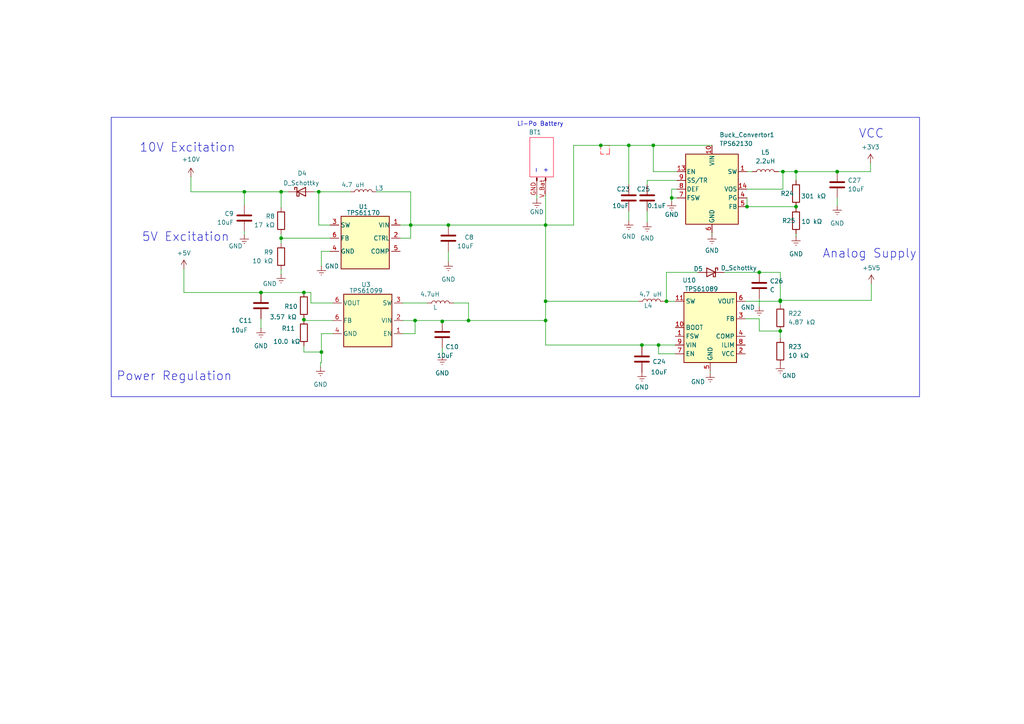
<source format=kicad_sch>
(kicad_sch (version 20250114) (generator "eeschema") (generator_version "9.0")
  (paper "A4")
  (lib_symbols
    (symbol "Connector:Conn_01x02_Pin" (pin_names (offset 1.016) (hide yes))
      (property "Reference" "Connector" (at 0.635 5.588 0))
      (property "Value" "BT1" (at 0.635 3.048 0))
      (symbol "Conn_01x02_Pin_1_1"
        (rectangle (start 0.8636 0.127) (end 0 -0.127) (stroke (width 0.1524)) (fill (type outline)))
        (rectangle (start 0.8636 -2.413) (end 0 -2.667) (stroke (width 0.1524)) (fill (type outline)))
        (polyline (pts (xy 1.27 0) (xy 0.8636 0)) (stroke (width 0.1524)))
        (polyline (pts (xy 1.27 -2.54) (xy 0.8636 -2.54)) (stroke (width 0.1524)))
        (pin passive line (at 5.08 0 180) (length 3.81) (name "Pin_1") (number "V_Bat"))
        (pin passive line (at 5.08 -2.54 180) (length 3.81) (name "Pin_2") (number "GND"))
      )
    )
    (symbol "Device:C" (pin_numbers (hide yes)) (pin_names (offset 0.254))
      (property "Reference" "C" (at 0.635 2.54 0))
      (property "Value" "C" (at 0.635 -2.54 0))
      (symbol "C_0_1"
        (polyline (pts (xy -2.032 0.762) (xy 2.032 0.762)) (stroke (width 0.508)))
        (polyline (pts (xy -2.032 -0.762) (xy 2.032 -0.762)) (stroke (width 0.508)))
      )
      (symbol "C_1_1"
        (pin passive line (at 0 3.81 270) (length 2.794) (name "~") (number "1"))
        (pin passive line (at 0 -3.81 90) (length 2.794) (name "~") (number "2"))
      )
    )
    (symbol "Device:D_Schottky" (pin_numbers (hide yes)) (pin_names (offset 1.016) (hide yes))
      (property "Reference" "D" (at 0 2.54 0))
      (property "Value" "D_Schottky" (at 0 -2.54 0))
      (symbol "D_Schottky_0_1"
        (polyline (pts (xy -1.905 0.635) (xy -1.905 1.27) (xy -1.27 1.27) (xy -1.27 -1.27) (xy -0.635 -1.27) (xy -0.635 -0.635)) (stroke (width 0.254)))
        (polyline (pts (xy 1.27 1.27) (xy 1.27 -1.27) (xy -1.27 0) (xy 1.27 1.27)) (stroke (width 0.254)))
        (polyline (pts (xy 1.27 0) (xy -1.27 0)))
      )
      (symbol "D_Schottky_1_1"
        (pin passive line (at -3.81 0 0) (length 2.54) (name "K") (number "1"))
        (pin passive line (at 3.81 0 180) (length 2.54) (name "A") (number "2"))
      )
    )
    (symbol "Device:L" (pin_numbers (hide yes)) (pin_names (offset 1.016) (hide yes))
      (property "Reference" "L" (at -1.27 0 90))
      (property "Value" "L" (at 1.905 0 90))
      (symbol "L_0_1"
        (arc (start 0 2.54) (mid 0.6323 1.905) (end 0 1.27))
        (arc (start 0 1.27) (mid 0.6323 0.635) (end 0 0))
        (arc (start 0 0) (mid 0.6323 -0.635) (end 0 -1.27))
        (arc (start 0 -1.27) (mid 0.6323 -1.905) (end 0 -2.54))
      )
      (symbol "L_1_1"
        (pin passive line (at 0 3.81 270) (length 1.27) (name "1") (number "1"))
        (pin passive line (at 0 -3.81 90) (length 1.27) (name "2") (number "2"))
      )
    )
    (symbol "Device:R" (pin_numbers (hide yes)) (pin_names (offset 0))
      (property "Reference" "R" (at 2.032 0 90))
      (property "Value" "R" (at 0 0 90))
      (symbol "R_0_1"
        (rectangle (start -1.016 -2.54) (end 1.016 2.54) (stroke (width 0.254)))
      )
      (symbol "R_1_1"
        (pin passive line (at 0 3.81 270) (length 1.27) (name "~") (number "1"))
        (pin passive line (at 0 -3.81 90) (length 1.27) (name "~") (number "2"))
      )
    )
    (symbol "Driver_LED:TPS61165DBV"
      (property "Reference" "U1" (at 0 12.446 0))
      (property "Value" "TPS61170" (at 0 9.906 0))
      (symbol "TPS61165DBV_1_1"
        (rectangle (start -6.985 7.62) (end 6.985 -7.62) (stroke (width 0.254)) (fill (type background)))
        (pin power_in line (at -10.16 5.08 0) (length 2.54) (name "VIN") (number "1"))
        (pin input line (at -10.16 1.27 0) (length 2.54) (name "CTRL") (number "2"))
        (pin output line (at -10.16 -2.54 0) (length 2.54) (name "COMP") (number "5"))
        (pin power_out line (at 10.16 5.08 180) (length 2.54) (name "SW") (number "3"))
        (pin input line (at 10.16 1.27 180) (length 2.54) (name "FB") (number "6"))
        (pin power_in line (at 10.16 -2.54 180) (length 2.54) (name "GND") (number "4"))
      )
    )
    (symbol "Regulator_Switching:TPS61089"
      (property "Reference" "U" (at -6.35 11.43 0))
      (property "Value" "TPS61089" (at 6.35 11.43 0))
      (symbol "TPS61089_0_1"
        (rectangle (start -7.62 10.16) (end 7.62 -10.16) (stroke (width 0.254)) (fill (type background)))
      )
      (symbol "TPS61089_1_1"
        (pin input line (at -10.16 7.62 0) (length 2.54) (name "SW") (number "11"))
        (pin passive line (at -10.16 0 0) (length 2.54) (name "BOOT") (number "10"))
        (pin passive line (at -10.16 -2.54 0) (length 2.54) (name "FSW") (number "1"))
        (pin power_in line (at -10.16 -5.08 0) (length 2.54) (name "VIN") (number "9"))
        (pin input line (at -10.16 -7.62 0) (length 2.54) (name "EN") (number "7"))
        (pin power_in line (at 0 -12.7 90) (length 2.54) (name "GND") (number "5"))
        (pin power_out line (at 10.16 7.62 180) (length 2.54) (name "VOUT") (number "6"))
        (pin input line (at 10.16 2.54 180) (length 2.54) (name "FB") (number "3"))
        (pin passive line (at 10.16 -2.54 180) (length 2.54) (name "COMP") (number "4"))
        (pin passive line (at 10.16 -5.08 180) (length 2.54) (name "ILIM") (number "8"))
        (pin passive line (at 10.16 -7.62 180) (length 2.54) (name "VCC") (number "2"))
      )
    )
    (symbol "Regulator_Switching:TPS62130" (pin_names (offset 0.254))
      (property "Reference" "U" (at 3.81 13.97 0))
      (property "Value" "TPS62130" (at 3.81 11.43 0))
      (symbol "TPS62130_0_1"
        (rectangle (start -7.62 10.16) (end 7.62 -10.16) (stroke (width 0.254)) (fill (type background)))
      )
      (symbol "TPS62130_1_1"
        (pin input line (at -10.16 5.08 0) (length 2.54) (name "EN") (number "13"))
        (pin input line (at -10.16 2.54 0) (length 2.54) (name "SS/TR") (number "9"))
        (pin input line (at -10.16 0 0) (length 2.54) (name "DEF") (number "8"))
        (pin input line (at -10.16 -2.54 0) (length 2.54) (name "FSW") (number "7"))
        (pin power_in line (at 0 12.7 270) (length 2.54) (name "VIN") (number "10"))
        (pin passive line (at 0 12.7 270) (length 2.54) (hide yes) (name "VIN") (number "11"))
        (pin passive line (at 0 12.7 270) (length 2.54) (hide yes) (name "VIN") (number "12"))
        (pin passive line (at 0 -12.7 90) (length 2.54) (hide yes) (name "GND") (number "15"))
        (pin passive line (at 0 -12.7 90) (length 2.54) (hide yes) (name "GND") (number "16"))
        (pin passive line (at 0 -12.7 90) (length 2.54) (hide yes) (name "GND") (number "17"))
        (pin power_in line (at 0 -12.7 90) (length 2.54) (name "GND") (number "6"))
        (pin output line (at 10.16 5.08 180) (length 2.54) (name "SW") (number "1"))
        (pin passive line (at 10.16 5.08 180) (length 2.54) (hide yes) (name "SW") (number "2"))
        (pin passive line (at 10.16 5.08 180) (length 2.54) (hide yes) (name "SW") (number "3"))
        (pin input line (at 10.16 0 180) (length 2.54) (name "VOS") (number "14"))
        (pin open_collector line (at 10.16 -2.54 180) (length 2.54) (name "PG") (number "4"))
        (pin input line (at 10.16 -5.08 180) (length 2.54) (name "FB") (number "5"))
      )
    )
    (symbol "TPS61165DBV_1"
      (property "Reference" "U3" (at 0.508 10.414 0))
      (property "Value" "TPS61099" (at 0.508 8.636 0))
      (symbol "TPS61165DBV_1_1_1"
        (rectangle (start -6.985 7.62) (end 6.985 -7.62) (stroke (width 0.254)) (fill (type background)))
        (pin power_out line (at -10.16 5.08 0) (length 2.54) (name "SW") (number "3"))
        (pin power_in line (at -10.16 0 0) (length 2.54) (name "VIN") (number "2"))
        (pin input line (at -10.16 -3.81 0) (length 2.54) (name "EN") (number "1"))
        (pin power_out line (at 10.16 5.08 180) (length 2.54) (name "VOUT") (number "6"))
        (pin input line (at 10.16 0 180) (length 2.54) (name "FB") (number "6"))
        (pin power_in line (at 10.16 -3.81 180) (length 2.54) (name "GND") (number "4"))
      )
    )
    (symbol "power:+10V" (power) (pin_numbers (hide yes)) (pin_names (offset 0) (hide yes))
      (property "Value" "+10V" (at 0 3.556 0))
      (symbol "+10V_0_1"
        (polyline (pts (xy -0.762 1.27) (xy 0 2.54)))
        (polyline (pts (xy 0 2.54) (xy 0.762 1.27)))
        (polyline (pts (xy 0 0) (xy 0 2.54)))
      )
      (symbol "+10V_1_1"
        (pin power_in line (at 0 0 90) (length 0) (name "~") (number "1"))
      )
    )
    (symbol "power:+3V3" (power) (pin_numbers (hide yes)) (pin_names (offset 0) (hide yes))
      (property "Value" "+3V3" (at 0 3.556 0))
      (symbol "+3V3_0_1"
        (polyline (pts (xy -0.762 1.27) (xy 0 2.54)))
        (polyline (pts (xy 0 2.54) (xy 0.762 1.27)))
        (polyline (pts (xy 0 0) (xy 0 2.54)))
      )
      (symbol "+3V3_1_1"
        (pin power_in line (at 0 0 90) (length 0) (name "~") (number "1"))
      )
    )
    (symbol "power:+5V" (power) (pin_numbers (hide yes)) (pin_names (offset 0) (hide yes))
      (property "Value" "+5V" (at 0 3.556 0))
      (symbol "+5V_0_1"
        (polyline (pts (xy -0.762 1.27) (xy 0 2.54)))
        (polyline (pts (xy 0 2.54) (xy 0.762 1.27)))
        (polyline (pts (xy 0 0) (xy 0 2.54)))
      )
      (symbol "+5V_1_1"
        (pin power_in line (at 0 0 90) (length 0) (name "~") (number "1"))
      )
    )
    (symbol "power:GNDREF" (power) (pin_numbers (hide yes)) (pin_names (offset 0) (hide yes))
      (property "Value" "GNDREF" (at 0 -3.81 0))
      (symbol "GNDREF_0_1"
        (polyline (pts (xy -0.635 -1.905) (xy 0.635 -1.905)))
        (polyline (pts (xy -0.127 -2.54) (xy 0.127 -2.54)))
        (polyline (pts (xy 0 -1.27) (xy 0 0)))
        (polyline (pts (xy 1.27 -1.27) (xy -1.27 -1.27)))
      )
      (symbol "GNDREF_1_1"
        (pin power_in line (at 0 0 270) (length 0) (name "~") (number "1"))
      )
    )
  )
  (rectangle (start 32.258 34.036) (end 266.7 115.062))
  (text "-" (at 155.448 49.53 90) (effects (font (size 1.27 1.27))))
  (text "Li-Po Battery\n" (at 156.718 36.068 0) (effects (font (size 1.27 1.27))))
  (text "VCC\n" (at 252.73 38.862 0) (effects (font (size 2.54 2.54))))
  (text "Analog Supply\n" (at 252.222 73.66 0) (effects (font (size 2.54 2.54))))
  (text "Power Regulation" (at 50.546 109.22 0) (effects (font (size 2.54 2.54))))
  (text "+" (at 158.242 49.53 90) (effects (font (size 1.27 1.27))))
  (text "10V Excitation" (at 54.356 42.926 0) (effects (font (size 2.54 2.54))))
  (text "5V Excitation\n" (at 53.848 68.834 0) (effects (font (size 2.54 2.54))))
  (text_box "" (at 160.528 39.878 90) (size -6.858 11.43) (margins 0.9525 0.9525 0.9525 0.9525) (stroke (width 0) (color 255 18 58 1)) (effects (font (size 1.27 1.27)) (justify left top)))
  (junction (at 88.138 92.71))
  (junction (at 220.218 78.994))
  (junction (at 158.242 87.376))
  (junction (at 128.27 93.218))
  (junction (at 81.534 69.088))
  (junction (at 130.048 65.278))
  (junction (at 119.126 65.278))
  (junction (at 81.534 55.626))
  (junction (at 70.866 55.626))
  (junction (at 158.242 65.278))
  (junction (at 226.314 87.376))
  (junction (at 194.818 57.404))
  (junction (at 193.294 87.376))
  (junction (at 182.372 42.164))
  (junction (at 88.138 84.836))
  (junction (at 75.692 84.836))
  (junction (at 230.886 49.784))
  (junction (at 230.886 59.944))
  (junction (at 226.314 96.012))
  (junction (at 191.008 100.076))
  (junction (at 135.89 92.964))
  (junction (at 227.076 49.784))
  (junction (at 158.242 92.964))
  (junction (at 189.484 42.164))
  (junction (at 216.662 59.944))
  (junction (at 242.824 49.784))
  (junction (at 120.396 92.964))
  (junction (at 93.218 102.108))
  (junction (at 174.244 42.164))
  (junction (at 226.314 87.122))
  (junction (at 186.182 100.076))
  (junction (at 92.456 55.626))
  (wire (pts (xy 182.372 42.164) (xy 189.484 42.164)))
  (wire (pts (xy 120.396 92.964) (xy 120.396 96.774)))
  (wire (pts (xy 92.964 106.426) (xy 92.964 105.156)))
  (wire (pts (xy 194.818 57.404) (xy 194.818 58.42)))
  (wire (pts (xy 252.476 49.784) (xy 252.476 47.244)))
  (wire (pts (xy 158.242 100.076) (xy 186.182 100.076)))
  (wire (pts (xy 90.17 87.884) (xy 90.17 84.836)))
  (wire (pts (xy 128.27 93.218) (xy 128.016 93.218)))
  (wire (pts (xy 130.048 75.946) (xy 130.048 72.898)))
  (wire (pts (xy 226.314 87.122) (xy 252.73 87.122)))
  (wire (pts (xy 135.89 92.964) (xy 158.242 92.964)))
  (wire (pts (xy 194.818 54.864) (xy 194.818 57.404)))
  (wire (pts (xy 158.242 65.278) (xy 158.242 87.376)))
  (wire (pts (xy 189.484 42.164) (xy 189.484 49.784)))
  (wire (pts (xy 230.886 60.198) (xy 230.886 59.944)))
  (wire (pts (xy 93.218 96.774) (xy 93.218 102.108)))
  (wire (pts (xy 92.964 105.156) (xy 93.218 105.156)))
  (wire (pts (xy 189.484 42.164) (xy 206.502 42.164)))
  (wire (pts (xy 189.484 49.784) (xy 196.342 49.784)))
  (wire (pts (xy 216.662 57.404) (xy 216.662 59.944)))
  (wire (pts (xy 227.076 54.864) (xy 216.662 54.864)))
  (wire (pts (xy 101.6 55.626) (xy 92.456 55.626)))
  (wire (pts (xy 174.244 41.91) (xy 174.244 42.164)))
  (wire (pts (xy 158.242 92.964) (xy 158.242 100.076)))
  (wire (pts (xy 230.886 49.784) (xy 230.886 52.324)))
  (wire (pts (xy 158.242 87.376) (xy 158.242 92.964)))
  (wire (pts (xy 119.126 65.278) (xy 119.126 55.626)))
  (wire (pts (xy 119.126 69.088) (xy 116.078 69.088)))
  (wire (pts (xy 206.502 67.564) (xy 206.502 68.072)))
  (wire (pts (xy 158.242 65.278) (xy 166.37 65.278)))
  (wire (pts (xy 88.138 92.964) (xy 88.138 92.71)))
  (wire (pts (xy 123.952 87.884) (xy 116.84 87.884)))
  (wire (pts (xy 88.138 84.836) (xy 75.692 84.836)))
  (wire (pts (xy 120.396 92.964) (xy 116.84 92.964)))
  (wire (pts (xy 81.534 67.818) (xy 81.534 69.088)))
  (wire (pts (xy 216.662 59.944) (xy 230.886 59.944)))
  (wire (pts (xy 120.396 96.774) (xy 116.84 96.774)))
  (wire (pts (xy 119.126 65.278) (xy 119.126 69.088)))
  (wire (pts (xy 252.73 87.122) (xy 252.73 82.296)))
  (wire (pts (xy 81.534 55.626) (xy 70.866 55.626)))
  (wire (pts (xy 128.27 92.964) (xy 128.27 93.218)))
  (wire (pts (xy 196.342 54.864) (xy 194.818 54.864)))
  (wire (pts (xy 186.182 100.33) (xy 186.182 100.076)))
  (wire (pts (xy 158.242 56.642) (xy 158.242 65.278)))
  (wire (pts (xy 182.372 42.164) (xy 182.372 53.594)))
  (wire (pts (xy 90.17 84.836) (xy 88.138 84.836)))
  (wire (pts (xy 182.372 61.214) (xy 182.372 64.008)))
  (wire (pts (xy 88.138 100.33) (xy 88.138 102.108)))
  (wire (pts (xy 70.866 55.626) (xy 55.372 55.626)))
  (wire (pts (xy 135.89 87.884) (xy 131.572 87.884)))
  (wire (pts (xy 230.886 49.784) (xy 242.824 49.784)))
  (wire (pts (xy 70.866 55.626) (xy 70.866 59.436)))
  (wire (pts (xy 135.89 87.884) (xy 135.89 92.964)))
  (wire (pts (xy 53.34 84.836) (xy 53.34 77.978)))
  (wire (pts (xy 95.758 69.088) (xy 81.534 69.088)))
  (wire (pts (xy 220.218 78.994) (xy 226.314 78.994)))
  (wire (pts (xy 192.786 87.376) (xy 193.294 87.376)))
  (wire (pts (xy 119.126 65.278) (xy 116.078 65.278)))
  (wire (pts (xy 93.218 105.156) (xy 93.218 102.108)))
  (wire (pts (xy 226.314 78.994) (xy 226.314 87.122)))
  (wire (pts (xy 81.534 55.626) (xy 81.534 60.198)))
  (wire (pts (xy 226.314 96.012) (xy 220.218 96.012)))
  (wire (pts (xy 81.534 69.088) (xy 81.534 70.612)))
  (wire (pts (xy 193.294 87.376) (xy 195.834 87.376)))
  (wire (pts (xy 193.294 78.994) (xy 202.438 78.994)))
  (wire (pts (xy 242.824 49.784) (xy 252.476 49.784)))
  (wire (pts (xy 193.294 78.994) (xy 193.294 87.376)))
  (wire (pts (xy 230.886 67.818) (xy 230.886 68.58)))
  (wire (pts (xy 81.534 79.502) (xy 81.534 78.232)))
  (wire (pts (xy 158.242 87.376) (xy 185.166 87.376)))
  (wire (pts (xy 191.008 102.616) (xy 191.008 100.076)))
  (wire (pts (xy 75.692 84.836) (xy 53.34 84.836)))
  (wire (pts (xy 191.008 102.616) (xy 195.834 102.616)))
  (wire (pts (xy 92.456 55.626) (xy 92.456 65.278)))
  (wire (pts (xy 174.244 42.164) (xy 182.372 42.164)))
  (wire (pts (xy 119.126 55.626) (xy 109.22 55.626)))
  (wire (pts (xy 216.154 87.376) (xy 226.314 87.376)))
  (wire (pts (xy 205.994 107.696) (xy 205.994 108.204)))
  (wire (pts (xy 226.314 87.122) (xy 226.314 87.376)))
  (wire (pts (xy 130.048 65.278) (xy 119.126 65.278)))
  (wire (pts (xy 93.218 72.898) (xy 93.218 77.216)))
  (wire (pts (xy 83.566 55.626) (xy 81.534 55.626)))
  (wire (pts (xy 92.456 55.626) (xy 91.186 55.626)))
  (wire (pts (xy 128.016 92.964) (xy 120.396 92.964)))
  (wire (pts (xy 88.138 92.71) (xy 88.138 92.456)))
  (wire (pts (xy 220.218 92.456) (xy 216.154 92.456)))
  (wire (pts (xy 96.52 96.774) (xy 93.218 96.774)))
  (wire (pts (xy 155.702 56.642) (xy 155.702 57.658)))
  (wire (pts (xy 226.314 87.376) (xy 226.314 88.392)))
  (wire (pts (xy 226.314 96.012) (xy 226.314 98.044)))
  (wire (pts (xy 187.706 61.214) (xy 187.706 64.516)))
  (wire (pts (xy 128.016 93.218) (xy 128.016 92.964)))
  (wire (pts (xy 75.692 92.456) (xy 75.692 95.25)))
  (wire (pts (xy 186.182 100.076) (xy 191.008 100.076)))
  (wire (pts (xy 158.242 65.278) (xy 130.048 65.278)))
  (wire (pts (xy 227.076 49.784) (xy 230.886 49.784)))
  (wire (pts (xy 216.662 49.784) (xy 218.186 49.784)))
  (wire (pts (xy 220.218 96.012) (xy 220.218 92.456)))
  (wire (pts (xy 96.52 92.964) (xy 88.138 92.964)))
  (wire (pts (xy 210.058 78.994) (xy 220.218 78.994)))
  (wire (pts (xy 220.218 86.614) (xy 220.218 88.9)))
  (wire (pts (xy 55.372 55.626) (xy 55.372 51.308)))
  (wire (pts (xy 92.456 65.278) (xy 95.758 65.278)))
  (wire (pts (xy 191.008 100.076) (xy 195.834 100.076)))
  (wire (pts (xy 242.824 57.404) (xy 242.824 59.69)))
  (wire (pts (xy 96.52 87.884) (xy 90.17 87.884)))
  (wire (pts (xy 187.706 52.324) (xy 187.706 53.594)))
  (wire (pts (xy 174.244 42.164) (xy 166.37 42.164)))
  (wire (pts (xy 135.89 92.964) (xy 128.27 92.964)))
  (wire (pts (xy 227.076 49.784) (xy 227.076 54.864)))
  (wire (pts (xy 187.706 52.324) (xy 196.342 52.324)))
  (wire (pts (xy 166.37 42.164) (xy 166.37 65.278)))
  (wire (pts (xy 196.342 57.404) (xy 194.818 57.404)))
  (wire (pts (xy 70.866 68.072) (xy 70.866 67.056)))
  (wire (pts (xy 93.218 102.108) (xy 88.138 102.108)))
  (wire (pts (xy 95.758 72.898) (xy 93.218 72.898)))
  (wire (pts (xy 128.27 100.838) (xy 128.27 103.124)))
  (wire (pts (xy 225.806 49.784) (xy 227.076 49.784)))
  (rule_area (polyline (pts (xy 176.784 44.704) (xy 176.784 42.164) (xy 174.244 42.164) (xy 174.244 44.704)) (stroke (width 0) (type dash))))
  (symbol (lib_id "Device:C") (at 128.27 97.028 0) (mirror y) (unit 1)
    (property "Reference" "C10" (at 133.096 100.584 0) (effects (justify left)))
    (property "Value" "10uF" (at 131.572 103.124 0) (effects (justify left)))
    (property "Description" "Unpolarized capacitor" (effects (hide yes)))
  )
  (symbol (lib_name "TPS61165DBV_1") (lib_id "Driver_LED:TPS61165DBV") (at 106.68 92.964 0) (mirror y) (unit 1)
    (property "Reference" "U3" (at 106.172 82.55 0))
    (property "Value" "TPS61099" (at 106.172 84.328 0))
    (property "Footprint" "Package_TO_SOT_SMD:SOT-23-6" (effects (hide yes)))
    (property "Datasheet" "https://www.ti.com/lit/ds/symlink/tps61165.pdf" (effects (hide yes)))
    (property "Description" "High-Brightness, White LED Driver, 3V to 18V input voltage range, internal switch, constant current, up to 38V/1.2A output, SOT-23-6" (effects (hide yes)))
  )
  (symbol (lib_id "Device:C") (at 242.824 53.594 0) (unit 1)
    (property "Reference" "C27" (at 245.872 52.3239 0) (effects (justify left)))
    (property "Value" "10uF" (at 245.872 54.8639 0) (effects (justify left)))
    (property "Description" "Unpolarized capacitor" (effects (hide yes)))
  )
  (symbol (lib_id "power:GNDREF") (at 220.218 88.9 0) (unit 1)
    (property "Reference" "#PWR086" (effects (hide yes)))
    (property "Value" "GND" (at 216.916 89.154 0))
    (property "Description" "Power symbol creates a global label with name \"GNDREF\" , reference supply ground" (effects (hide yes)))
  )
  (symbol (lib_id "Device:R") (at 88.138 88.646 0) (mirror y) (unit 1)
    (property "Reference" "R10" (at 86.36 88.9 0) (effects (justify left)))
    (property "Value" "3.57 kΩ" (at 86.106 91.948 0) (effects (justify left)))
    (property "Description" "Resistor" (effects (hide yes)))
  )
  (symbol (lib_id "Device:D_Schottky") (at 206.248 78.994 0) (mirror y) (unit 1)
    (property "Reference" "D5" (at 201.168 77.978 0) (effects (justify right)))
    (property "Value" "D_Schottky" (at 209.042 77.724 0) (effects (justify right)))
    (property "Description" "Schottky diode" (effects (hide yes)))
  )
  (symbol (lib_id "Device:D_Schottky") (at 87.376 55.626 0) (unit 1)
    (property "Reference" "D4" (at 87.63 50.292 0))
    (property "Value" "D_Schottky" (at 87.376 53.086 0))
    (property "Description" "Schottky diode" (effects (hide yes)))
  )
  (symbol (lib_id "power:+10V") (at 55.372 51.308 0) (mirror y) (unit 1)
    (property "Reference" "#PWR043" (effects (hide yes)))
    (property "Value" "+10V" (at 55.372 46.228 0))
    (property "Description" "Power symbol creates a global label with name \"+10V\"" (effects (hide yes)))
  )
  (symbol (lib_id "power:GNDREF") (at 70.866 68.072 0) (mirror y) (unit 1)
    (property "Reference" "#PWR020" (effects (hide yes)))
    (property "Value" "GND" (at 68.326 71.374 0))
    (property "Description" "Power symbol creates a global label with name \"GNDREF\" , reference supply ground" (effects (hide yes)))
  )
  (symbol (lib_id "power:GNDREF") (at 194.818 58.42 0) (unit 1)
    (property "Reference" "#PWR083" (effects (hide yes)))
    (property "Value" "GND" (at 194.818 62.23 0))
    (property "Description" "Power symbol creates a global label with name \"GNDREF\" , reference supply ground" (effects (hide yes)))
  )
  (symbol (lib_id "Device:C") (at 186.182 104.14 0) (unit 1)
    (property "Reference" "C24" (at 189.23 104.902 0) (effects (justify left)))
    (property "Value" "10uF" (at 188.722 107.95 0) (effects (justify left)))
    (property "Description" "Unpolarized capacitor" (effects (hide yes)))
  )
  (symbol (lib_id "power:GNDREF") (at 230.886 68.58 0) (unit 1)
    (property "Reference" "#PWR088" (effects (hide yes)))
    (property "Value" "GND" (at 230.886 73.66 0))
    (property "Description" "Power symbol creates a global label with name \"GNDREF\" , reference supply ground" (effects (hide yes)))
  )
  (symbol (lib_id "Device:R") (at 230.886 56.134 180) (unit 1)
    (property "Reference" "R24" (at 228.346 56.134 0))
    (property "Value" "301 kΩ" (at 235.966 56.896 0))
    (property "Description" "Resistor" (effects (hide yes)))
  )
  (symbol (lib_id "power:GNDREF") (at 206.502 68.072 0) (unit 1)
    (property "Reference" "#PWR085" (effects (hide yes)))
    (property "Value" "GND" (at 206.502 72.644 0))
    (property "Description" "Power symbol creates a global label with name \"GNDREF\" , reference supply ground" (effects (hide yes)))
  )
  (symbol (lib_id "Regulator_Switching:TPS61089") (at 205.994 94.996 0) (unit 1)
    (property "Reference" "U10" (at 199.898 81.28 0))
    (property "Value" "TPS61089" (at 203.454 83.82 0))
    (property "Footprint" "Package_DFN_QFN:Texas_VQFN-RNR0011A-11" (effects (hide yes)))
    (property "Datasheet" "http://www.ti.com/lit/ds/symlink/tps61089.pdf" (effects (hide yes)))
    (property "Description" "7A Boost Converters, Adjustable output voltage (PFM), input 2.7 to 12V , output 4.5 to 12.6V, VQFN-11" (effects (hide yes)))
  )
  (symbol (lib_id "power:GNDREF") (at 186.182 107.95 0) (unit 1)
    (property "Reference" "#PWR081" (effects (hide yes)))
    (property "Value" "GND" (at 186.182 112.268 0))
    (property "Description" "Power symbol creates a global label with name \"GNDREF\" , reference supply ground" (effects (hide yes)))
  )
  (symbol (lib_id "power:+5V") (at 53.34 77.978 0) (mirror y) (unit 1)
    (property "Reference" "#PWR039" (effects (hide yes)))
    (property "Value" "+5V" (at 53.34 73.406 0))
    (property "Description" "Power symbol creates a global label with name \"+5V\"" (effects (hide yes)))
  )
  (symbol (lib_id "power:GNDREF") (at 93.218 77.216 0) (mirror y) (unit 1)
    (property "Reference" "#PWR019" (effects (hide yes)))
    (property "Value" "GND" (at 96.266 77.216 0))
    (property "Description" "Power symbol creates a global label with name \"GNDREF\" , reference supply ground" (effects (hide yes)))
  )
  (symbol (lib_id "power:GNDREF") (at 130.048 75.946 0) (mirror y) (unit 1)
    (property "Reference" "#PWR017" (effects (hide yes)))
    (property "Value" "GND" (at 130.048 81.026 0))
    (property "Description" "Power symbol creates a global label with name \"GNDREF\" , reference supply ground" (effects (hide yes)))
  )
  (symbol (lib_id "Device:R") (at 226.314 92.202 0) (unit 1)
    (property "Reference" "R22" (at 228.6 90.9319 0) (effects (justify left)))
    (property "Value" "4.87 kΩ" (at 228.6 93.4719 0) (effects (justify left)))
    (property "Description" "Resistor" (effects (hide yes)))
  )
  (symbol (lib_id "power:GNDREF") (at 81.534 79.502 0) (mirror y) (unit 1)
    (property "Reference" "#PWR018" (effects (hide yes)))
    (property "Value" "GND" (at 78.232 82.296 0))
    (property "Description" "Power symbol creates a global label with name \"GNDREF\" , reference supply ground" (effects (hide yes)))
  )
  (symbol (lib_id "power:GNDREF") (at 92.964 106.426 0) (mirror y) (unit 1)
    (property "Reference" "#PWR022" (effects (hide yes)))
    (property "Value" "GND" (at 92.964 111.506 0))
    (property "Description" "Power symbol creates a global label with name \"GNDREF\" , reference supply ground" (effects (hide yes)))
  )
  (symbol (lib_id "power:GNDREF") (at 155.702 57.658 0) (unit 1)
    (property "Reference" "#PWR08" (effects (hide yes)))
    (property "Value" "GND" (at 155.702 61.468 0))
    (property "Description" "Power symbol creates a global label with name \"GNDREF\" , reference supply ground" (effects (hide yes)))
  )
  (symbol (lib_id "Device:R") (at 230.886 64.008 0) (unit 1)
    (property "Reference" "R25" (at 226.822 64.008 0) (effects (justify left)))
    (property "Value" "10 kΩ" (at 232.41 64.262 0) (effects (justify left)))
    (property "Description" "Resistor" (effects (hide yes)))
  )
  (symbol (lib_id "power:+5V") (at 252.73 82.296 0) (unit 1)
    (property "Reference" "#PWR091" (effects (hide yes)))
    (property "Value" "+5V5" (at 252.73 77.724 0))
    (property "Description" "Power symbol creates a global label with name \"+5V\"" (effects (hide yes)))
  )
  (symbol (lib_id "power:GNDREF") (at 187.706 64.516 0) (unit 1)
    (property "Reference" "#PWR082" (effects (hide yes)))
    (property "Value" "GND" (at 187.706 69.088 0))
    (property "Description" "Power symbol creates a global label with name \"GNDREF\" , reference supply ground" (effects (hide yes)))
  )
  (symbol (lib_id "Device:C") (at 187.706 57.404 0) (unit 1)
    (property "Reference" "C25" (at 184.658 54.864 0) (effects (justify left)))
    (property "Value" "0.1uF" (at 187.706 59.69 0) (effects (justify left)))
    (property "Description" "Unpolarized capacitor" (effects (hide yes)))
  )
  (symbol (lib_id "power:GNDREF") (at 242.824 59.69 0) (unit 1)
    (property "Reference" "#PWR089" (effects (hide yes)))
    (property "Value" "GND" (at 242.824 64.77 0))
    (property "Description" "Power symbol creates a global label with name \"GNDREF\" , reference supply ground" (effects (hide yes)))
  )
  (symbol (lib_id "power:GNDREF") (at 226.314 105.664 0) (unit 1)
    (property "Reference" "#PWR087" (effects (hide yes)))
    (property "Value" "GND" (at 228.854 108.966 0))
    (property "Description" "Power symbol creates a global label with name \"GNDREF\" , reference supply ground" (effects (hide yes)))
  )
  (symbol (lib_id "Device:C") (at 70.866 63.246 0) (mirror y) (unit 1)
    (property "Reference" "C9" (at 67.818 61.9759 0) (effects (justify left)))
    (property "Value" "10uF" (at 67.818 64.5159 0) (effects (justify left)))
    (property "Description" "Unpolarized capacitor" (effects (hide yes)))
  )
  (symbol (lib_id "Device:L") (at 127.762 87.884 270) (mirror x) (unit 1)
    (property "Reference" "4.7uH" (at 124.714 85.344 90))
    (property "Value" "L" (at 126.238 89.154 90))
    (property "Description" "Inductor" (effects (hide yes)))
  )
  (symbol (lib_id "Connector:Conn_01x02_Pin") (at 158.242 51.562 270) (unit 1)
    (property "Reference" "Connector1" (effects (hide yes)))
    (property "Value" "BT1" (at 155.194 38.354 90))
    (property "Description" "Generic connector, single row, 01x02, script generated" (effects (hide yes)))
  )
  (symbol (lib_id "Device:L") (at 221.996 49.784 90) (unit 1)
    (property "Reference" "L5" (at 221.996 44.196 90))
    (property "Value" "2.2uH" (at 221.996 46.736 90))
    (property "Description" "Inductor" (effects (hide yes)))
  )
  (symbol (lib_id "power:GNDREF") (at 128.27 103.124 0) (mirror y) (unit 1)
    (property "Reference" "#PWR021" (effects (hide yes)))
    (property "Value" "GND" (at 128.27 108.204 0))
    (property "Description" "Power symbol creates a global label with name \"GNDREF\" , reference supply ground" (effects (hide yes)))
  )
  (symbol (lib_id "power:+3V3") (at 252.476 47.244 0) (unit 1)
    (property "Reference" "#PWR090" (effects (hide yes)))
    (property "Value" "+3V3" (at 252.476 42.672 0))
    (property "Description" "Power symbol creates a global label with name \"+3V3\"" (effects (hide yes)))
  )
  (symbol (lib_id "Device:R") (at 226.314 101.854 0) (unit 1)
    (property "Reference" "R23" (at 228.6 100.5839 0) (effects (justify left)))
    (property "Value" "10 kΩ" (at 228.6 103.1239 0) (effects (justify left)))
    (property "Description" "Resistor" (effects (hide yes)))
  )
  (symbol (lib_id "Device:R") (at 88.138 96.52 0) (mirror y) (unit 1)
    (property "Reference" "R11" (at 85.598 95.2499 0) (effects (justify left)))
    (property "Value" "10.0 kΩ" (at 87.122 99.06 0) (effects (justify left)))
    (property "Description" "Resistor" (effects (hide yes)))
  )
  (symbol (lib_id "power:GNDREF") (at 75.692 95.25 0) (mirror y) (unit 1)
    (property "Reference" "#PWR023" (effects (hide yes)))
    (property "Value" "GND" (at 75.692 100.33 0))
    (property "Description" "Power symbol creates a global label with name \"GNDREF\" , reference supply ground" (effects (hide yes)))
  )
  (symbol (lib_id "Driver_LED:TPS61165DBV") (at 105.918 70.358 0) (mirror y) (unit 1)
    (property "Reference" "U1" (at 105.41 59.944 0))
    (property "Value" "TPS61170" (at 105.41 61.722 0))
    (property "Footprint" "Package_TO_SOT_SMD:SOT-23-6" (effects (hide yes)))
    (property "Datasheet" "https://www.ti.com/lit/ds/symlink/tps61165.pdf" (effects (hide yes)))
    (property "Description" "High-Brightness, White LED Driver, 3V to 18V input voltage range, internal switch, constant current, up to 38V/1.2A output, SOT-23-6" (effects (hide yes)))
  )
  (symbol (lib_id "Device:R") (at 81.534 74.422 0) (mirror y) (unit 1)
    (property "Reference" "R9" (at 79.248 73.1519 0) (effects (justify left)))
    (property "Value" "10 kΩ" (at 79.248 75.6919 0) (effects (justify left)))
    (property "Description" "Resistor" (effects (hide yes)))
  )
  (symbol (lib_id "Device:L") (at 105.41 55.626 90) (unit 1)
    (property "Reference" "L3" (at 109.982 54.61 90))
    (property "Value" "4.7 uH" (at 102.362 53.594 90))
    (property "Description" "Inductor" (effects (hide yes)))
  )
  (symbol (lib_id "Device:C") (at 75.692 88.646 0) (mirror y) (unit 1)
    (property "Reference" "C11" (at 73.152 92.964 0) (effects (justify left)))
    (property "Value" "10uF" (at 71.882 95.758 0) (effects (justify left)))
    (property "Description" "Unpolarized capacitor" (effects (hide yes)))
  )
  (symbol (lib_id "Device:R") (at 81.534 64.008 0) (mirror y) (unit 1)
    (property "Reference" "R8" (at 79.756 62.7379 0) (effects (justify left)))
    (property "Value" "17 kΩ" (at 79.756 65.2779 0) (effects (justify left)))
    (property "Description" "Resistor" (effects (hide yes)))
  )
  (symbol (lib_id "power:GNDREF") (at 205.994 108.204 0) (unit 1)
    (property "Reference" "#PWR084" (effects (hide yes)))
    (property "Value" "GND" (at 202.438 110.744 0))
    (property "Description" "Power symbol creates a global label with name \"GNDREF\" , reference supply ground" (effects (hide yes)))
  )
  (symbol (lib_id "Device:C") (at 220.218 82.804 0) (unit 1)
    (property "Reference" "C26" (at 223.266 81.5339 0) (effects (justify left)))
    (property "Value" "C" (at 223.266 84.0739 0) (effects (justify left)))
    (property "Description" "Unpolarized capacitor" (effects (hide yes)))
  )
  (symbol (lib_id "Device:C") (at 130.048 69.088 0) (mirror y) (unit 1)
    (property "Reference" "C8" (at 137.414 68.834 0) (effects (justify left)))
    (property "Value" "10uF" (at 137.414 71.374 0) (effects (justify left)))
    (property "Description" "Unpolarized capacitor" (effects (hide yes)))
  )
  (symbol (lib_id "Device:C") (at 182.372 57.404 0) (unit 1)
    (property "Reference" "C23" (at 178.816 54.864 0) (effects (justify left)))
    (property "Value" "10uF" (at 177.546 59.69 0) (effects (justify left)))
    (property "Description" "Unpolarized capacitor" (effects (hide yes)))
  )
  (symbol (lib_id "Regulator_Switching:TPS62130") (at 206.502 54.864 0) (unit 1)
    (property "Reference" "Buck_Convertor1" (at 208.6453 39.116 0) (effects (justify left)))
    (property "Value" "TPS62130" (at 208.6453 41.656 0) (effects (justify left)))
    (property "Footprint" "Package_DFN_QFN:VQFN-16-1EP_3x3mm_P0.5mm_EP1.68x1.68mm_ThermalVias" (effects (hide yes)))
    (property "Datasheet" "http://www.ti.com/lit/ds/symlink/tps62130.pdf" (effects (hide yes)))
    (property "Description" "3A Step-Down Converter with DCS-Control, Adjustable Output Voltage, 3-17V Input Voltage, QFN-16" (effects (hide yes)))
  )
  (symbol (lib_id "power:GNDREF") (at 182.372 64.008 0) (unit 1)
    (property "Reference" "#PWR080" (effects (hide yes)))
    (property "Value" "GND" (at 182.372 68.58 0))
    (property "Description" "Power symbol creates a global label with name \"GNDREF\" , reference supply ground" (effects (hide yes)))
  )
  (symbol (lib_id "Device:L") (at 188.976 87.376 90) (unit 1)
    (property "Reference" "L4" (at 189.23 88.646 90) (effects (justify left)))
    (property "Value" "4.7 uH" (at 192.024 85.344 90) (effects (justify left)))
    (property "Description" "Inductor" (effects (hide yes)))
  )
)
</source>
